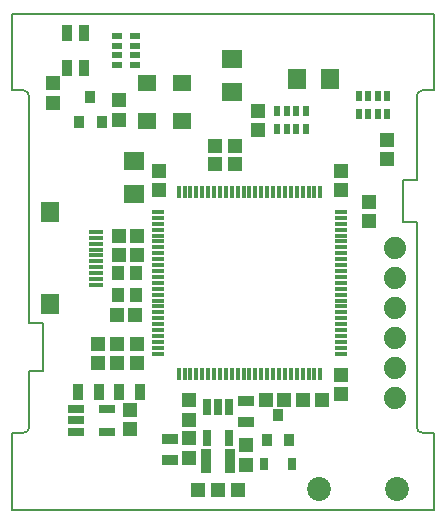
<source format=gbr>
%TF.GenerationSoftware,KiCad,Pcbnew,(5.1.4)-1*%
%TF.CreationDate,2019-12-19T22:46:11-07:00*%
%TF.ProjectId,base,62617365-2e6b-4696-9361-645f70636258,rev?*%
%TF.SameCoordinates,Original*%
%TF.FileFunction,Soldermask,Top*%
%TF.FilePolarity,Negative*%
%FSLAX46Y46*%
G04 Gerber Fmt 4.6, Leading zero omitted, Abs format (unit mm)*
G04 Created by KiCad (PCBNEW (5.1.4)-1) date 2019-12-19 22:46:11*
%MOMM*%
%LPD*%
G04 APERTURE LIST*
%ADD10C,0.150000*%
%ADD11R,1.752400X1.552400*%
%ADD12R,1.252400X1.152400*%
%ADD13R,1.601600X1.801600*%
%ADD14R,1.201600X0.351600*%
%ADD15R,1.352400X0.702400*%
%ADD16R,1.552400X1.352400*%
%ADD17R,0.952400X1.352400*%
%ADD18R,1.552400X1.752400*%
%ADD19R,1.152400X1.152400*%
%ADD20R,0.452400X1.052400*%
%ADD21R,1.052400X0.452400*%
%ADD22R,1.152400X1.252400*%
%ADD23R,0.852400X0.602400*%
%ADD24R,0.602400X0.852400*%
%ADD25R,0.952400X1.052400*%
%ADD26R,0.852400X1.352400*%
%ADD27R,1.052400X1.152400*%
%ADD28R,1.352400X0.952400*%
%ADD29R,0.952400X2.152400*%
%ADD30R,0.782400X0.982400*%
%ADD31R,0.702400X1.352400*%
%ADD32C,2.022400*%
%ADD33C,1.879600*%
G04 APERTURE END LIST*
D10*
X131000500Y-114280540D02*
X131000500Y-118280540D01*
X162651441Y-102162541D02*
X162651441Y-95050541D01*
X161502382Y-105714800D02*
X162651441Y-105714800D01*
X161502382Y-102162541D02*
X162651441Y-102162541D01*
X129851441Y-123050540D02*
G75*
G02X129351441Y-123550540I-500000J0D01*
G01*
X129351441Y-94550541D02*
G75*
G02X129851441Y-95050541I0J-500000D01*
G01*
X162651441Y-95050541D02*
G75*
G02X163151441Y-94550541I500000J0D01*
G01*
X163151441Y-123550540D02*
G75*
G02X162651441Y-123050540I0J500000D01*
G01*
X128351441Y-88050540D02*
X128351441Y-94550540D01*
X163151441Y-94550541D02*
X164151441Y-94550540D01*
X162651441Y-123050540D02*
X162651441Y-105714800D01*
X164151441Y-123550540D02*
X163151441Y-123550540D01*
X164151441Y-94550540D02*
X164151440Y-88050541D01*
X129851441Y-95050541D02*
X129851441Y-114280540D01*
X128351441Y-94550540D02*
X129351441Y-94550541D01*
X128351441Y-130050540D02*
X162651440Y-130050540D01*
X129851441Y-114280540D02*
X131000500Y-114280540D01*
X161502382Y-102162541D02*
X161502382Y-105714800D01*
X162651440Y-88050540D02*
X128351441Y-88050540D01*
X131000500Y-118280540D02*
X129851441Y-118280540D01*
X128351441Y-123550540D02*
X128351441Y-130050540D01*
X129351441Y-123550540D02*
X128351441Y-123550540D01*
X129851441Y-118280540D02*
X129851441Y-123050540D01*
X162651440Y-130050540D02*
X164151440Y-130050540D01*
X164151440Y-88050541D02*
X162651440Y-88050540D01*
X164151440Y-130050540D02*
X164151441Y-123550540D01*
D11*
X147050000Y-94700000D03*
X147050000Y-91900000D03*
D12*
X145600000Y-99300000D03*
X147300000Y-99300000D03*
X147300000Y-100800000D03*
X145600000Y-100800000D03*
D13*
X131609000Y-112675500D03*
X131609000Y-104875500D03*
D14*
X135509000Y-111025500D03*
X135509000Y-110525500D03*
X135509000Y-110025500D03*
X135509000Y-109525500D03*
X135509000Y-109025500D03*
X135509000Y-108525500D03*
X135509000Y-108025500D03*
X135509000Y-107525500D03*
X135509000Y-107025500D03*
X135509000Y-106525500D03*
D12*
X145809541Y-128402380D03*
X144109541Y-128402380D03*
X147508680Y-128401980D03*
X145808680Y-128401980D03*
D15*
X136400200Y-121550000D03*
X136400200Y-123450000D03*
X133800000Y-123450000D03*
X133800000Y-122500000D03*
X133800000Y-121550000D03*
D16*
X139827000Y-97104000D03*
X139827000Y-93904000D03*
X142811500Y-93904000D03*
X142811500Y-97104000D03*
D17*
X137450000Y-120050000D03*
X139250000Y-120050000D03*
D18*
X155300000Y-93550000D03*
X152500000Y-93550000D03*
D19*
X138350000Y-121600000D03*
X138350000Y-123200000D03*
D17*
X133950000Y-120100000D03*
X135750000Y-120100000D03*
D20*
X142501100Y-103125600D03*
X143001100Y-103125600D03*
X143501100Y-103125600D03*
X144001100Y-103125600D03*
X144501100Y-103125600D03*
X145001100Y-103125600D03*
X145501100Y-103125600D03*
X146001100Y-103125600D03*
X146501100Y-103125600D03*
X147001100Y-103125600D03*
X147501100Y-103125600D03*
X148001100Y-103125600D03*
X148501100Y-103125600D03*
X149001100Y-103125600D03*
X149501100Y-103125600D03*
X150001100Y-103125600D03*
X150501100Y-103125600D03*
X151001100Y-103125600D03*
X151501100Y-103125600D03*
X152001100Y-103125600D03*
X152501100Y-103125600D03*
X153001100Y-103125600D03*
X153501100Y-103125600D03*
X154001100Y-103125600D03*
X154501100Y-103125600D03*
D21*
X156221100Y-104845600D03*
X156221100Y-105345600D03*
X156221100Y-105845600D03*
X156221100Y-106345600D03*
X156221100Y-106845600D03*
X156221100Y-107345600D03*
X156221100Y-107845600D03*
X156221100Y-108345600D03*
X156221100Y-108845600D03*
X156221100Y-109345600D03*
X156221100Y-109845600D03*
X156221100Y-110345600D03*
X156221100Y-110845600D03*
X156221100Y-111345600D03*
X156221100Y-111845600D03*
X156221100Y-112345600D03*
X156221100Y-112845600D03*
X156221100Y-113345600D03*
X156221100Y-113845600D03*
X156221100Y-114345600D03*
X156221100Y-114845600D03*
X156221100Y-115345600D03*
X156221100Y-115845600D03*
X156221100Y-116345600D03*
X156221100Y-116845600D03*
D20*
X154501100Y-118565600D03*
X154001100Y-118565600D03*
X153501100Y-118565600D03*
X153001100Y-118565600D03*
X152501100Y-118565600D03*
X152001100Y-118565600D03*
X151501100Y-118565600D03*
X151001100Y-118565600D03*
X150501100Y-118565600D03*
X150001100Y-118565600D03*
X149501100Y-118565600D03*
X149001100Y-118565600D03*
X148501100Y-118565600D03*
X148001100Y-118565600D03*
X147501100Y-118565600D03*
X147001100Y-118565600D03*
X146501100Y-118565600D03*
X146001100Y-118565600D03*
X145501100Y-118565600D03*
X145001100Y-118565600D03*
X144501100Y-118565600D03*
X144001100Y-118565600D03*
X143501100Y-118565600D03*
X143001100Y-118565600D03*
X142501100Y-118565600D03*
D21*
X140781100Y-116845600D03*
X140781100Y-116345600D03*
X140781100Y-115845600D03*
X140781100Y-115345600D03*
X140781100Y-114845600D03*
X140781100Y-114345600D03*
X140781100Y-113845600D03*
X140781100Y-113345600D03*
X140781100Y-112845600D03*
X140781100Y-112345600D03*
X140781100Y-111845600D03*
X140781100Y-111345600D03*
X140781100Y-110845600D03*
X140781100Y-110345600D03*
X140781100Y-109845600D03*
X140781100Y-109345600D03*
X140781100Y-108845600D03*
X140781100Y-108345600D03*
X140781100Y-107845600D03*
X140781100Y-107345600D03*
X140781100Y-106845600D03*
X140781100Y-106345600D03*
X140781100Y-105845600D03*
X140781100Y-105345600D03*
X140781100Y-104845600D03*
D19*
X160150000Y-100350000D03*
X160150000Y-98750000D03*
D22*
X131889000Y-95631000D03*
X131889000Y-93931000D03*
D23*
X138798600Y-89960600D03*
X138798600Y-90760600D03*
X138798600Y-91560600D03*
X138798600Y-92360600D03*
X137248600Y-92360600D03*
X137248600Y-91560600D03*
X137248600Y-90760600D03*
X137248600Y-89960600D03*
D11*
X138722100Y-103355600D03*
X138722100Y-100555600D03*
D22*
X137452100Y-97090600D03*
X137452100Y-95390600D03*
D24*
X157769100Y-95034600D03*
X158569100Y-95034600D03*
X159369100Y-95034600D03*
X160169100Y-95034600D03*
X160169100Y-96584600D03*
X159369100Y-96584600D03*
X158569100Y-96584600D03*
X157769100Y-96584600D03*
X153269100Y-97807600D03*
X152469100Y-97807600D03*
X151669100Y-97807600D03*
X150869100Y-97807600D03*
X150869100Y-96257600D03*
X151669100Y-96257600D03*
X152469100Y-96257600D03*
X153269100Y-96257600D03*
D25*
X134089100Y-97240600D03*
X135989100Y-97240600D03*
X135039100Y-95140600D03*
D19*
X156248100Y-101409600D03*
X156248100Y-103009600D03*
D26*
X134469100Y-92660600D03*
X133069100Y-92660600D03*
X134469100Y-89660600D03*
X133069100Y-89660600D03*
D19*
X149250000Y-97900000D03*
X149250000Y-96300000D03*
X140881100Y-101409600D03*
X140881100Y-103009600D03*
X138849000Y-113601500D03*
X137249000Y-113601500D03*
X137477500Y-108496000D03*
X137477500Y-106896000D03*
X138976100Y-117614600D03*
X138976100Y-116014600D03*
X137325100Y-117614600D03*
X137325100Y-116014600D03*
X156248100Y-120281600D03*
X156248100Y-118681600D03*
X138938000Y-106896000D03*
X138938000Y-108496000D03*
X135674100Y-117614600D03*
X135674100Y-116014600D03*
D27*
X137376000Y-111898000D03*
X138926000Y-111898000D03*
X137376000Y-110048000D03*
X138926000Y-110048000D03*
D19*
X158597600Y-104000400D03*
X158597600Y-105600400D03*
X149860100Y-120751600D03*
X151460100Y-120751600D03*
X153035100Y-120751600D03*
X154635100Y-120751600D03*
D28*
X148247100Y-120867600D03*
X148247100Y-122667600D03*
X141770100Y-125842600D03*
X141770100Y-124042600D03*
D29*
X144834100Y-125958600D03*
X146834100Y-125958600D03*
D25*
X149964100Y-124164600D03*
X151864100Y-124164600D03*
X150914100Y-122064600D03*
D22*
X148247100Y-126300600D03*
X148247100Y-124600600D03*
D30*
X149764100Y-126212600D03*
X152064100Y-126212600D03*
D22*
X143421100Y-125665600D03*
X143421100Y-123965600D03*
D31*
X146784100Y-123956700D03*
X144884100Y-123956700D03*
X144884100Y-121356500D03*
X145834100Y-121356500D03*
X146784100Y-121356500D03*
D32*
X160950000Y-128339000D03*
X154350000Y-128339000D03*
D22*
X143421100Y-122490600D03*
X143421100Y-120790600D03*
D33*
X160820100Y-120624600D03*
X160820100Y-118084600D03*
X160820100Y-115544600D03*
X160820100Y-113004600D03*
X160820100Y-110464600D03*
X160820100Y-107924600D03*
M02*

</source>
